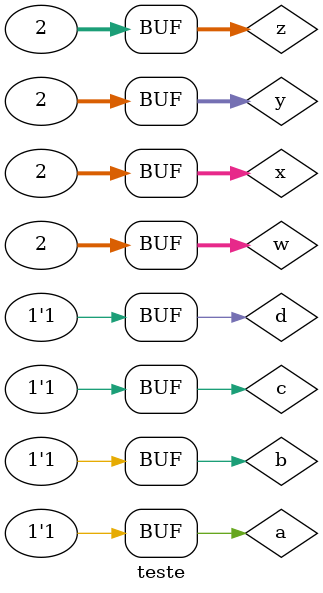
<source format=v>

module m1(s,a,b,c,d);
output s;
input a,b,c,d;
wire t1,t2,t3,t4,t5,t6,t7,t8;

and AND1(t1,~a,~b,~c,d);
and AND2(t2,~a,~b,c,~d);
and AND3(t3,~a,b,~c,~d);
and AND4(t4,~a,b,c,d);
and AND5(t5,a,~b,~c,~d);
and AND6(t6,a,~b,c,d);
and AND7(t7,a,b,~c,d);
and AND8(t8,a,b,c,~d);

or OR1(s,t1,t2,t3,t4,t5,t6,t7,t8);

endmodule 

//teste

module teste;
reg a,b,c,d;
integer x,y,w,z;
wire s;

//instancia

m1 m(s,a,b,c,d);

//main

initial begin
	$display("Prova 1b - Matheus Felipe Silva Evangelista");
	$display("a b c d s");
	$monitor("%b %b %b %b %b",a,b,c,d,s);
	
	for(x=0;x<2;x=x+1)
	begin
	a=x;
		for(y=0;y<2;y=y+1)
		begin
		b=y;
			for(w=0;w<2;w=w+1)
				begin
				c=w;
					for(z=0;z<2;z=z+1)
						begin
						#1 d=z;
						end
				end
			end
		end
	end


endmodule

</source>
